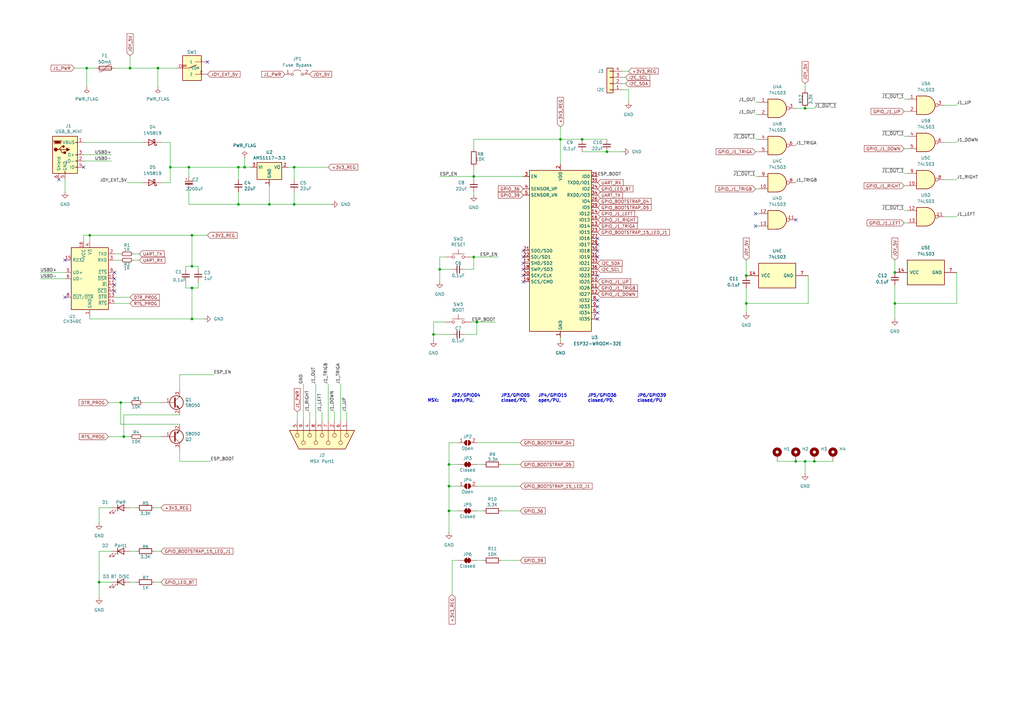
<source format=kicad_sch>
(kicad_sch (version 20231120) (generator "eeschema") (generator_version "8.0")
  (paper "A3")
  (title_block (title "MSX RetroLinkBT") (date "2024-11-21") (rev "1.0") (company "The Retro Hacker") (comment 1 "Based on msx-joyblue schematics by herraa1") (comment 2 "Supports MSX computers") (comment 3 "Simple adapter to allow the use of bluetooth joysticks with retro computers") (comment 4 "MSX RetroLinkBT 1.0"))
  (junction (at 120.65 68.58))
  (junction (at 78.74 118.11))
  (junction (at 36.83 96.52))
  (junction (at 326.39 189.23))
  (junction (at 306.07 124.46))
  (junction (at 110.49 83.82))
  (junction (at 64.77 27.94))
  (junction (at 49.53 165.1))
  (junction (at 69.85 68.58))
  (junction (at 78.74 96.52))
  (junction (at 50.8 179.07))
  (junction (at 177.8 137.16))
  (junction (at 330.2 189.23))
  (junction (at 35.56 27.94))
  (junction (at 77.47 68.58))
  (junction (at 53.34 27.94))
  (junction (at 97.79 83.82))
  (junction (at 120.65 83.82))
  (junction (at 100.33 68.58))
  (junction (at 40.64 238.76))
  (junction (at 330.2 44.45))
  (junction (at 195.58 132.08))
  (junction (at 367.03 124.46))
  (junction (at 248.92 62.23))
  (junction (at 180.34 110.49))
  (junction (at 238.76 57.15))
  (junction (at 194.31 72.39))
  (junction (at 97.79 68.58))
  (junction (at 334.01 189.23))
  (junction (at 184.15 209.55))
  (junction (at 184.15 190.5))
  (junction (at 229.87 57.15))
  (junction (at 78.74 130.81))
  (junction (at 367.03 111.76))
  (junction (at 184.15 199.39))
  (junction (at 78.74 109.22))
  (junction (at 194.31 105.41))
  (junction (at 306.07 113.03))
  (no_connect (at 214.63 110.49))
  (no_connect (at 34.29 68.58))
  (no_connect (at 26.67 121.92))
  (no_connect (at 245.11 97.79))
  (no_connect (at 245.11 130.81))
  (no_connect (at 46.99 114.3))
  (no_connect (at 245.11 128.27))
  (no_connect (at 214.63 115.57))
  (no_connect (at 46.99 119.38))
  (no_connect (at 214.63 107.95))
  (no_connect (at 214.63 113.03))
  (no_connect (at 26.67 106.68))
  (no_connect (at 214.63 105.41))
  (no_connect (at 245.11 102.87))
  (no_connect (at 24.13 73.66))
  (no_connect (at 245.11 105.41))
  (no_connect (at 85.09 25.4))
  (no_connect (at 245.11 123.19))
  (no_connect (at 245.11 100.33))
  (no_connect (at 214.63 102.87))
  (no_connect (at 326.39 90.17))
  (no_connect (at 309.88 87.63))
  (no_connect (at 245.11 125.73))
  (no_connect (at 46.99 116.84))
  (no_connect (at 46.99 111.76))
  (no_connect (at 245.11 113.03))
  (no_connect (at 309.88 92.71))
  (wire (pts (xy 78.74 109.22) (xy 81.28 109.22)))
  (wire (pts (xy 195.58 137.16) (xy 190.5 137.16)))
  (wire (pts (xy 311.15 46.99) (xy 309.88 46.99)))
  (wire (pts (xy 326.39 189.23) (xy 330.2 189.23)))
  (wire (pts (xy 40.64 238.76) (xy 40.64 245.11)))
  (wire (pts (xy 97.79 68.58) (xy 100.33 68.58)))
  (wire (pts (xy 370.84 40.64) (xy 372.11 40.64)))
  (wire (pts (xy 63.5 238.76) (xy 66.04 238.76)))
  (wire (pts (xy 40.64 238.76) (xy 45.72 238.76)))
  (wire (pts (xy 30.48 27.94) (xy 35.56 27.94)))
  (wire (pts (xy 334.01 189.23) (xy 341.63 189.23)))
  (wire (pts (xy 194.31 72.39) (xy 194.31 73.66)))
  (wire (pts (xy 81.28 118.11) (xy 78.74 118.11)))
  (wire (pts (xy 58.42 74.93) (xy 52.07 74.93)))
  (wire (pts (xy 229.87 57.15) (xy 229.87 67.31)))
  (wire (pts (xy 142.24 168.91) (xy 142.24 172.72)))
  (wire (pts (xy 69.85 58.42) (xy 66.04 58.42)))
  (wire (pts (xy 330.2 189.23) (xy 330.2 194.31)))
  (wire (pts (xy 34.29 58.42) (xy 58.42 58.42)))
  (wire (pts (xy 132.08 168.91) (xy 132.08 172.72)))
  (wire (pts (xy 257.81 29.21) (xy 255.27 29.21)))
  (wire (pts (xy 120.65 68.58) (xy 120.65 73.66)))
  (wire (pts (xy 187.96 199.39) (xy 184.15 199.39)))
  (wire (pts (xy 54.61 106.68) (xy 57.15 106.68)))
  (wire (pts (xy 238.76 62.23) (xy 248.92 62.23)))
  (wire (pts (xy 97.79 78.74) (xy 97.79 83.82)))
  (wire (pts (xy 78.74 96.52) (xy 78.74 109.22)))
  (polyline (pts (xy 27.432 67.056) (xy 27.432 65.786)))
  (wire (pts (xy 26.67 73.66) (xy 26.67 78.74)))
  (wire (pts (xy 256.54 34.29) (xy 255.27 34.29)))
  (wire (pts (xy 46.99 106.68) (xy 49.53 106.68)))
  (wire (pts (xy 64.77 27.94) (xy 72.39 27.94)))
  (wire (pts (xy 187.96 181.61) (xy 184.15 181.61)))
  (wire (pts (xy 36.83 96.52) (xy 36.83 99.06)))
  (wire (pts (xy 45.72 226.06) (xy 40.64 226.06)))
  (wire (pts (xy 54.61 104.14) (xy 57.15 104.14)))
  (wire (pts (xy 46.99 27.94) (xy 53.34 27.94)))
  (wire (pts (xy 184.15 181.61) (xy 184.15 190.5)))
  (wire (pts (xy 97.79 68.58) (xy 97.79 73.66)))
  (wire (pts (xy 50.8 179.07) (xy 53.34 179.07)))
  (wire (pts (xy 73.66 153.67) (xy 87.63 153.67)))
  (wire (pts (xy 330.2 34.29) (xy 330.2 36.83)))
  (wire (pts (xy 16.51 114.3) (xy 26.67 114.3)))
  (wire (pts (xy 53.34 226.06) (xy 55.88 226.06)))
  (wire (pts (xy 311.15 77.47) (xy 309.88 77.47)))
  (wire (pts (xy 58.42 165.1) (xy 66.04 165.1)))
  (wire (pts (xy 309.88 57.15) (xy 311.15 57.15)))
  (wire (pts (xy 372.11 60.96) (xy 370.84 60.96)))
  (wire (pts (xy 367.03 124.46) (xy 367.03 130.81)))
  (wire (pts (xy 64.77 27.94) (xy 64.77 35.56)))
  (wire (pts (xy 306.07 113.03) (xy 306.07 106.68)))
  (wire (pts (xy 194.31 78.74) (xy 194.31 80.01)))
  (wire (pts (xy 85.09 96.52) (xy 78.74 96.52)))
  (wire (pts (xy 367.03 111.76) (xy 367.03 106.68)))
  (wire (pts (xy 53.34 208.28) (xy 55.88 208.28)))
  (wire (pts (xy 309.88 72.39) (xy 311.15 72.39)))
  (wire (pts (xy 306.07 118.11) (xy 306.07 124.46)))
  (wire (pts (xy 76.2 109.22) (xy 76.2 110.49)))
  (wire (pts (xy 97.79 83.82) (xy 110.49 83.82)))
  (wire (pts (xy 194.31 72.39) (xy 180.34 72.39)))
  (wire (pts (xy 195.58 229.87) (xy 198.12 229.87)))
  (wire (pts (xy 134.62 157.48) (xy 134.62 172.72)))
  (wire (pts (xy 76.2 109.22) (xy 78.74 109.22)))
  (wire (pts (xy 306.07 124.46) (xy 306.07 128.27)))
  (wire (pts (xy 257.81 36.83) (xy 257.81 41.91)))
  (wire (pts (xy 387.35 88.9) (xy 392.43 88.9)))
  (wire (pts (xy 73.66 170.18) (xy 50.8 170.18)))
  (wire (pts (xy 392.43 124.46) (xy 367.03 124.46)))
  (wire (pts (xy 34.29 66.04) (xy 45.72 66.04)))
  (wire (pts (xy 78.74 130.81) (xy 83.82 130.81)))
  (wire (pts (xy 127 168.91) (xy 127 172.72)))
  (wire (pts (xy 40.64 208.28) (xy 40.64 214.63)))
  (wire (pts (xy 53.34 27.94) (xy 64.77 27.94)))
  (wire (pts (xy 248.92 62.23) (xy 255.27 62.23)))
  (wire (pts (xy 16.51 111.76) (xy 26.67 111.76)))
  (wire (pts (xy 194.31 105.41) (xy 204.47 105.41)))
  (wire (pts (xy 58.42 179.07) (xy 66.04 179.07)))
  (wire (pts (xy 50.8 170.18) (xy 50.8 179.07)))
  (wire (pts (xy 46.99 104.14) (xy 49.53 104.14)))
  (wire (pts (xy 177.8 132.08) (xy 182.88 132.08)))
  (wire (pts (xy 205.74 229.87) (xy 213.36 229.87)))
  (wire (pts (xy 73.66 189.23) (xy 86.36 189.23)))
  (wire (pts (xy 311.15 92.71) (xy 309.88 92.71)))
  (wire (pts (xy 330.2 189.23) (xy 334.01 189.23)))
  (wire (pts (xy 77.47 83.82) (xy 97.79 83.82)))
  (wire (pts (xy 185.42 229.87) (xy 187.96 229.87)))
  (wire (pts (xy 34.29 96.52) (xy 34.29 99.06)))
  (wire (pts (xy 331.47 113.03) (xy 331.47 124.46)))
  (wire (pts (xy 331.47 124.46) (xy 306.07 124.46)))
  (wire (pts (xy 194.31 105.41) (xy 194.31 110.49)))
  (wire (pts (xy 69.85 68.58) (xy 69.85 74.93)))
  (wire (pts (xy 326.39 44.45) (xy 330.2 44.45)))
  (wire (pts (xy 110.49 83.82) (xy 120.65 83.82)))
  (wire (pts (xy 110.49 76.2) (xy 110.49 83.82)))
  (wire (pts (xy 195.58 209.55) (xy 198.12 209.55)))
  (wire (pts (xy 34.29 63.5) (xy 45.72 63.5)))
  (wire (pts (xy 238.76 57.15) (xy 248.92 57.15)))
  (wire (pts (xy 177.8 137.16) (xy 177.8 139.7)))
  (wire (pts (xy 177.8 132.08) (xy 177.8 137.16)))
  (wire (pts (xy 77.47 72.39) (xy 77.47 68.58)))
  (wire (pts (xy 139.7 157.48) (xy 139.7 172.72)))
  (wire (pts (xy 318.77 189.23) (xy 326.39 189.23)))
  (wire (pts (xy 370.84 86.36) (xy 372.11 86.36)))
  (wire (pts (xy 76.2 115.57) (xy 76.2 118.11)))
  (wire (pts (xy 44.45 179.07) (xy 50.8 179.07)))
  (wire (pts (xy 194.31 68.58) (xy 194.31 72.39)))
  (wire (pts (xy 184.15 209.55) (xy 187.96 209.55)))
  (wire (pts (xy 184.15 199.39) (xy 184.15 209.55)))
  (wire (pts (xy 77.47 68.58) (xy 97.79 68.58)))
  (wire (pts (xy 120.65 68.58) (xy 118.11 68.58)))
  (wire (pts (xy 124.46 157.48) (xy 124.46 172.72)))
  (wire (pts (xy 36.83 96.52) (xy 78.74 96.52)))
  (wire (pts (xy 36.83 130.81) (xy 36.83 129.54)))
  (wire (pts (xy 184.15 209.55) (xy 184.15 218.44)))
  (wire (pts (xy 372.11 45.72) (xy 370.84 45.72)))
  (wire (pts (xy 78.74 118.11) (xy 76.2 118.11)))
  (wire (pts (xy 311.15 62.23) (xy 309.88 62.23)))
  (wire (pts (xy 205.74 209.55) (xy 213.36 209.55)))
  (wire (pts (xy 63.5 226.06) (xy 66.04 226.06)))
  (wire (pts (xy 229.87 138.43) (xy 229.87 139.7)))
  (wire (pts (xy 129.54 157.48) (xy 129.54 172.72)))
  (wire (pts (xy 35.56 35.56) (xy 35.56 27.94)))
  (wire (pts (xy 194.31 57.15) (xy 194.31 60.96)))
  (wire (pts (xy 44.45 165.1) (xy 49.53 165.1)))
  (wire (pts (xy 49.53 165.1) (xy 53.34 165.1)))
  (wire (pts (xy 36.83 96.52) (xy 34.29 96.52)))
  (wire (pts (xy 309.88 41.91) (xy 311.15 41.91)))
  (wire (pts (xy 185.42 243.84) (xy 185.42 229.87)))
  (wire (pts (xy 77.47 77.47) (xy 77.47 83.82)))
  (wire (pts (xy 372.11 76.2) (xy 370.84 76.2)))
  (wire (pts (xy 195.58 132.08) (xy 195.58 137.16)))
  (wire (pts (xy 229.87 52.07) (xy 229.87 57.15)))
  (wire (pts (xy 180.34 110.49) (xy 180.34 115.57)))
  (wire (pts (xy 330.2 44.45) (xy 334.01 44.45)))
  (wire (pts (xy 194.31 57.15) (xy 229.87 57.15)))
  (wire (pts (xy 121.92 168.91) (xy 121.92 172.72)))
  (wire (pts (xy 180.34 105.41) (xy 180.34 110.49)))
  (wire (pts (xy 195.58 132.08) (xy 203.2 132.08)))
  (wire (pts (xy 73.66 173.99) (xy 49.53 173.99)))
  (wire (pts (xy 387.35 58.42) (xy 392.43 58.42)))
  (wire (pts (xy 370.84 71.12) (xy 372.11 71.12)))
  (wire (pts (xy 40.64 226.06) (xy 40.64 238.76)))
  (wire (pts (xy 73.66 184.15) (xy 73.66 189.23)))
  (wire (pts (xy 45.72 208.28) (xy 40.64 208.28)))
  (wire (pts (xy 193.04 132.08) (xy 195.58 132.08)))
  (wire (pts (xy 78.74 118.11) (xy 78.74 130.81)))
  (wire (pts (xy 184.15 190.5) (xy 184.15 199.39)))
  (wire (pts (xy 372.11 91.44) (xy 370.84 91.44)))
  (wire (pts (xy 387.35 43.18) (xy 392.43 43.18)))
  (wire (pts (xy 120.65 83.82) (xy 135.89 83.82)))
  (wire (pts (xy 63.5 208.28) (xy 66.04 208.28)))
  (wire (pts (xy 46.99 121.92) (xy 53.34 121.92)))
  (wire (pts (xy 205.74 190.5) (xy 213.36 190.5)))
  (wire (pts (xy 73.66 160.02) (xy 73.66 153.67)))
  (wire (pts (xy 81.28 115.57) (xy 81.28 118.11)))
  (wire (pts (xy 100.33 68.58) (xy 102.87 68.58)))
  (wire (pts (xy 387.35 73.66) (xy 392.43 73.66)))
  (wire (pts (xy 35.56 27.94) (xy 39.37 27.94)))
  (wire (pts (xy 137.16 168.91) (xy 137.16 172.72)))
  (wire (pts (xy 195.58 181.61) (xy 213.36 181.61)))
  (wire (pts (xy 69.85 58.42) (xy 69.85 68.58)))
  (wire (pts (xy 69.85 68.58) (xy 77.47 68.58)))
  (wire (pts (xy 81.28 109.22) (xy 81.28 110.49)))
  (wire (pts (xy 177.8 137.16) (xy 185.42 137.16)))
  (wire (pts (xy 182.88 105.41) (xy 180.34 105.41)))
  (wire (pts (xy 69.85 74.93) (xy 66.04 74.93)))
  (wire (pts (xy 53.34 238.76) (xy 55.88 238.76)))
  (wire (pts (xy 255.27 36.83) (xy 257.81 36.83)))
  (wire (pts (xy 53.34 22.86) (xy 53.34 27.94)))
  (wire (pts (xy 194.31 110.49) (xy 190.5 110.49)))
  (wire (pts (xy 194.31 72.39) (xy 214.63 72.39)))
  (wire (pts (xy 370.84 55.88) (xy 372.11 55.88)))
  (wire (pts (xy 195.58 199.39) (xy 213.36 199.39)))
  (wire (pts (xy 256.54 31.75) (xy 255.27 31.75)))
  (wire (pts (xy 120.65 68.58) (xy 134.62 68.58)))
  (wire (pts (xy 46.99 124.46) (xy 53.34 124.46)))
  (wire (pts (xy 36.83 130.81) (xy 78.74 130.81)))
  (wire (pts (xy 49.53 173.99) (xy 49.53 165.1)))
  (wire (pts (xy 392.43 111.76) (xy 392.43 124.46)))
  (wire (pts (xy 180.34 110.49) (xy 185.42 110.49)))
  (wire (pts (xy 195.58 190.5) (xy 198.12 190.5)))
  (wire (pts (xy 193.04 105.41) (xy 194.31 105.41)))
  (wire (pts (xy 184.15 190.5) (xy 187.96 190.5)))
  (wire (pts (xy 120.65 78.74) (xy 120.65 83.82)))
  (wire (pts (xy 100.33 64.77) (xy 100.33 68.58)))
  (wire (pts (xy 367.03 116.84) (xy 367.03 124.46)))
  (wire (pts (xy 229.87 57.15) (xy 238.76 57.15)))
  (wire (pts (xy 309.88 87.63) (xy 311.15 87.63)))
  (text "		JP2/GPIO04		JP3/GPIO05	JP4/GPIO15		JP5/GPIO36		JP6/GPIO39\nMSX:	open/PU,		closed/PD,	open/PU,		closed/PD,		closed/PU" (at 175.26 165.1 0) (effects (font (size 1.27 1.27) (thickness 0.254) (bold yes)) (justify left bottom)))
  (label "J1_DOWN" (at 392.43 58.42 0))
  (label "ESP_EN" (at 196.85 105.41 0))
  (label "J1_LEFT" (at 392.43 88.9 0))
  (label "ESP_EN" (at 180.34 72.39 0))
  (label "USBD-" (at 45.72 66.04 180))
  (label "J1_OUT" (at 309.88 46.99 180))
  (label "J1_UP" (at 392.43 43.18 0))
  (label "J1_RIGHT" (at 392.43 73.66 0))
  (label "~{J1_OUT_1}" (at 370.84 86.36 180))
  (label "ESP_BOOT" (at 203.2 132.08 180))
  (label "JOY_EXT_5V" (at 52.07 74.93 180))
  (label "J1_UP" (at 142.24 168.91 90))
  (label "J1_TRIGB" (at 326.39 74.93 0))
  (label "J1_RIGHT" (at 127 168.91 90))
  (label "J1_DOWN" (at 137.16 168.91 90))
  (label "~{J1_OUT_1}" (at 370.84 55.88 180))
  (label "J1_TRIGB" (at 134.62 157.48 90))
  (label "USBD+" (at 16.51 111.76 0))
  (label "J1_OUT" (at 129.54 157.48 90))
  (label "~{J1_OUT_1}" (at 370.84 71.12 180))
  (label "USBD-" (at 16.51 114.3 0))
  (label "~{J1_OUT_1}" (at 309.88 72.39 180))
  (label "~{J1_OUT_1}" (at 309.88 57.15 180))
  (label "ESP_EN" (at 87.63 153.67 0))
  (label "~{J1_OUT_1}" (at 370.84 40.64 180))
  (label "USBD+" (at 45.72 63.5 180))
  (label "J1_TRIGA" (at 139.7 157.48 90))
  (label "J1_LEFT" (at 132.08 168.91 90))
  (label "~{J1_OUT_1}" (at 334.01 44.45 0))
  (label "J1_OUT" (at 309.88 41.91 180))
  (label "ESP_BOOT" (at 245.11 72.39 0))
  (label "GND" (at 124.46 157.48 90))
  (label "ESP_BOOT" (at 86.36 189.23 0))
  (label "J1_TRIGA" (at 326.39 59.69 0))
  (global_label "I2C_SDA" (shape input) (at 245.11 107.95 0) (property "Intersheetrefs" "${INTERSHEET_REFS}" (effects (hide yes))))
  (global_label "I2C_SCL" (shape input) (at 245.11 110.49 0) (property "Intersheetrefs" "${INTERSHEET_REFS}" (effects (hide yes))))
  (global_label "GPIO_39" (shape input) (at 214.63 80.01 180) (property "Intersheetrefs" "${INTERSHEET_REFS}" (effects (hide yes))))
  (global_label "GPIO_LED_BT" (shape input) (at 66.04 238.76 0) (property "Intersheetrefs" "${INTERSHEET_REFS}" (effects (hide yes))))
  (global_label "GPIO_BOOTSTRAP_15_LED_J1" (shape input) (at 213.36 199.39 0) (property "Intersheetrefs" "${INTERSHEET_REFS}" (effects (hide yes))))
  (global_label "J1_PWR" (shape input) (at 30.48 27.94 180) (property "Intersheetrefs" "${INTERSHEET_REFS}" (effects (hide yes))))
  (global_label "DTR_PROG" (shape input) (at 44.45 165.1 180) (property "Intersheetrefs" "${INTERSHEET_REFS}" (effects (hide yes))))
  (global_label "GPIO_J1_DOWN" (shape input) (at 245.11 120.65 0) (property "Intersheetrefs" "${INTERSHEET_REFS}" (effects (hide yes))))
  (global_label "GPIO_BOOTSTRAP_04" (shape input) (at 245.11 82.55 0) (property "Intersheetrefs" "${INTERSHEET_REFS}" (effects (hide yes))))
  (global_label "JOY_5V" (shape input) (at 127 30.48 0) (property "Intersheetrefs" "${INTERSHEET_REFS}" (effects (hide yes))))
  (global_label "JOY_5V" (shape input) (at 53.34 22.86 90) (property "Intersheetrefs" "${INTERSHEET_REFS}" (effects (hide yes))))
  (global_label "+3V3_REG" (shape input) (at 185.42 243.84 270) (property "Intersheetrefs" "${INTERSHEET_REFS}" (effects (hide yes))))
  (global_label "GPIO_BOOTSTRAP_05" (shape input) (at 245.11 85.09 0) (property "Intersheetrefs" "${INTERSHEET_REFS}" (effects (hide yes))))
  (global_label "J1_PWR" (shape input) (at 116.84 30.48 180) (property "Intersheetrefs" "${INTERSHEET_REFS}" (effects (hide yes))))
  (global_label "GPIO_J1_TRIGB" (shape input) (at 245.11 118.11 0) (property "Intersheetrefs" "${INTERSHEET_REFS}" (effects (hide yes))))
  (global_label "JOY_5V" (shape input) (at 330.2 34.29 90) (property "Intersheetrefs" "${INTERSHEET_REFS}" (effects (hide yes))))
  (global_label "UART_TX" (shape input) (at 245.11 80.01 0) (property "Intersheetrefs" "${INTERSHEET_REFS}" (effects (hide yes))))
  (global_label "UART_RX" (shape input) (at 245.11 74.93 0) (property "Intersheetrefs" "${INTERSHEET_REFS}" (effects (hide yes))))
  (global_label "+3V3_REG" (shape input) (at 66.04 208.28 0) (property "Intersheetrefs" "${INTERSHEET_REFS}" (effects (hide yes))))
  (global_label "DTR_PROG" (shape input) (at 53.34 121.92 0) (property "Intersheetrefs" "${INTERSHEET_REFS}" (effects (hide yes))))
  (global_label "GPIO_J1_RIGHT" (shape input) (at 370.84 76.2 180) (property "Intersheetrefs" "${INTERSHEET_REFS}" (effects (hide yes))))
  (global_label "+3V3_REG" (shape input) (at 257.81 29.21 0) (property "Intersheetrefs" "${INTERSHEET_REFS}" (effects (hide yes))))
  (global_label "+3V3_REG" (shape input) (at 229.87 52.07 90) (property "Intersheetrefs" "${INTERSHEET_REFS}" (effects (hide yes))))
  (global_label "GPIO_BOOTSTRAP_15_LED_J1" (shape input) (at 245.11 95.25 0) (property "Intersheetrefs" "${INTERSHEET_REFS}" (effects (hide yes))))
  (global_label "GPIO_BOOTSTRAP_15_LED_J1" (shape input) (at 66.04 226.06 0) (property "Intersheetrefs" "${INTERSHEET_REFS}" (effects (hide yes))))
  (global_label "+3V3_REG" (shape input) (at 85.09 96.52 0) (property "Intersheetrefs" "${INTERSHEET_REFS}" (effects (hide yes))))
  (global_label "RTS_PROG" (shape input) (at 53.34 124.46 0) (property "Intersheetrefs" "${INTERSHEET_REFS}" (effects (hide yes))))
  (global_label "GPIO_J1_LEFT" (shape input) (at 370.84 91.44 180) (property "Intersheetrefs" "${INTERSHEET_REFS}" (effects (hide yes))))
  (global_label "GPIO_J1_TRIGA" (shape input) (at 309.88 62.23 180) (property "Intersheetrefs" "${INTERSHEET_REFS}" (effects (hide yes))))
  (global_label "GPIO_J1_UP" (shape input) (at 370.84 45.72 180) (property "Intersheetrefs" "${INTERSHEET_REFS}" (effects (hide yes))))
  (global_label "I2C_SCL" (shape input) (at 256.54 31.75 0) (property "Intersheetrefs" "${INTERSHEET_REFS}" (effects (hide yes))))
  (global_label "GPIO_39" (shape input) (at 213.36 229.87 0) (property "Intersheetrefs" "${INTERSHEET_REFS}" (effects (hide yes))))
  (global_label "GPIO_BOOTSTRAP_05" (shape input) (at 213.36 190.5 0) (property "Intersheetrefs" "${INTERSHEET_REFS}" (effects (hide yes))))
  (global_label "GPIO_J1_TRIGB" (shape input) (at 309.88 77.47 180) (property "Intersheetrefs" "${INTERSHEET_REFS}" (effects (hide yes))))
  (global_label "GPIO_LED_BT" (shape input) (at 245.11 77.47 0) (property "Intersheetrefs" "${INTERSHEET_REFS}" (effects (hide yes))))
  (global_label "GPIO_BOOTSTRAP_04" (shape input) (at 213.36 181.61 0) (property "Intersheetrefs" "${INTERSHEET_REFS}" (effects (hide yes))))
  (global_label "JOY_5V" (shape input) (at 367.03 106.68 90) (property "Intersheetrefs" "${INTERSHEET_REFS}" (effects (hide yes))))
  (global_label "UART_TX" (shape input) (at 57.15 104.14 0) (property "Intersheetrefs" "${INTERSHEET_REFS}" (effects (hide yes))))
  (global_label "GPIO_J1_TRIGA" (shape input) (at 245.11 92.71 0) (property "Intersheetrefs" "${INTERSHEET_REFS}" (effects (hide yes))))
  (global_label "+3V3_REG" (shape input) (at 134.62 68.58 0) (property "Intersheetrefs" "${INTERSHEET_REFS}" (effects (hide yes))))
  (global_label "I2C_SDA" (shape input) (at 256.54 34.29 0) (property "Intersheetrefs" "${INTERSHEET_REFS}" (effects (hide yes))))
  (global_label "J1_PWR" (shape input) (at 121.92 168.91 90) (property "Intersheetrefs" "${INTERSHEET_REFS}" (effects (hide yes))))
  (global_label "GPIO_36" (shape input) (at 213.36 209.55 0) (property "Intersheetrefs" "${INTERSHEET_REFS}" (effects (hide yes))))
  (global_label "GPIO_36" (shape input) (at 214.63 77.47 180) (property "Intersheetrefs" "${INTERSHEET_REFS}" (effects (hide yes))))
  (global_label "UART_RX" (shape input) (at 57.15 106.68 0) (property "Intersheetrefs" "${INTERSHEET_REFS}" (effects (hide yes))))
  (global_label "GPIO_J1_DOWN" (shape input) (at 370.84 60.96 180) (property "Intersheetrefs" "${INTERSHEET_REFS}" (effects (hide yes))))
  (global_label "GPIO_J1_LEFT" (shape input) (at 245.11 87.63 0) (property "Intersheetrefs" "${INTERSHEET_REFS}" (effects (hide yes))))
  (global_label "RTS_PROG" (shape input) (at 44.45 179.07 180) (property "Intersheetrefs" "${INTERSHEET_REFS}" (effects (hide yes))))
  (global_label "GPIO_J1_RIGHT" (shape input) (at 245.11 90.17 0) (property "Intersheetrefs" "${INTERSHEET_REFS}" (effects (hide yes))))
  (global_label "JOY_EXT_5V" (shape input) (at 85.09 30.48 0) (property "Intersheetrefs" "${INTERSHEET_REFS}" (effects (hide yes))))
  (global_label "GPIO_J1_UP" (shape input) (at 245.11 115.57 0) (property "Intersheetrefs" "${INTERSHEET_REFS}" (effects (hide yes))))
  (global_label "JOY_5V" (shape input) (at 306.07 106.68 90) (property "Intersheetrefs" "${INTERSHEET_REFS}" (effects (hide yes))))
  (symbol (lib_id "Device:Q_NPN_BEC") (at 71.12 179.07 0) (mirror x) (unit 1)
    (property "Reference" "Q2" (at 75.946 180.2384 0) (effects (justify left)))
    (property "Value" "S8050" (at 75.946 177.927 0) (effects (justify left)))
    (property "Footprint" "Package_TO_SOT_SMD:SOT-23" (effects (hide yes)))
  )
  (symbol (lib_id "Device:R") (at 194.31 64.77 180) (unit 1)
    (property "Reference" "R8" (at 198.374 63.246 0) (effects (justify left)))
    (property "Value" "10K" (at 198.882 65.278 0) (effects (justify left)))
    (property "Footprint" "Resistor_SMD:R_0603_1608Metric_Pad0.98x0.95mm_HandSolder" (effects (hide yes)))
  )
  (symbol (lib_id "Device:LED") (at 49.53 226.06 0) (unit 1)
    (property "Reference" "D2" (at 43.18 223.774 0))
    (property "Value" "Port1" (at 49.53 223.774 0))
    (property "Footprint" "LED_SMD:LED_0805_2012Metric_Pad1.15x1.40mm_HandSolder" (effects (hide yes)))
  )
  (symbol (lib_id "Device:R") (at 201.93 209.55 270) (mirror x) (unit 1)
    (property "Reference" "R10" (at 201.93 204.724 90))
    (property "Value" "3.3K" (at 201.93 207.01 90))
    (property "Footprint" "Resistor_SMD:R_0603_1608Metric_Pad0.98x0.95mm_HandSolder" (effects (hide yes)))
  )
  (symbol (lib_id "Device:C_Small") (at 187.96 137.16 90) (unit 1)
    (property "Reference" "C7" (at 187.96 134.62 90))
    (property "Value" "0.1uF" (at 187.96 139.7 90))
    (property "Footprint" "Capacitor_SMD:C_0603_1608Metric_Pad1.08x0.95mm_HandSolder" (effects (hide yes)))
  )
  (symbol (lib_id "Connector:DE9_Receptacle") (at 132.08 180.34 270) (unit 1)
    (property "Reference" "J2" (at 132.08 186.69 90))
    (property "Value" "MSX Port1" (at 132.08 189.23 90))
    (property "Footprint" "Connector_Dsub:DSUB-9_Female_Horizontal_P2.77x2.84mm_EdgePinOffset4.94mm_Housed_MountingHolesOffset7.48mm" (effects (hide yes)))
    (property "Datasheet" " ~" (effects (hide yes)))
  )
  (symbol (lib_id "Mechanical:MountingHole_Pad") (at 341.63 186.69 0) (unit 1) (exclude_from_sim yes) (in_bom no)
    (property "Reference" "H4" (at 344.17 184.1499 0) (effects (justify left)))
    (property "Value" "MountingHole_Pad" (effects (hide yes)))
    (property "Footprint" "MountingHole:MountingHole_3.2mm_M3" (effects (hide yes)))
    (property "Description" "Mounting Hole with connection" (effects (hide yes)))
  )
  (symbol (lib_name "GND_8") (lib_id "power:GND") (at 306.07 128.27 0) (unit 1)
    (property "Reference" "#PWR013" (effects (hide yes)))
    (property "Value" "GND" (at 306.07 133.35 0))
    (property "Description" "Power symbol creates a global label with name \"GND\" , ground" (effects (hide yes)))
  )
  (symbol (lib_id "74xx:74LS03") (at 379.73 88.9 0) (unit 4)
    (property "Reference" "U5" (at 379.7217 80.01 0))
    (property "Value" "74LS03" (at 379.7217 82.55 0))
    (property "Footprint" "Package_SO:SOIC-14_3.9x8.7mm_P1.27mm" (effects (hide yes)))
    (property "Datasheet" "http://www.ti.com/lit/gpn/sn74LS03" (effects (hide yes)))
  )
  (symbol (lib_name "GND_12") (lib_id "power:GND") (at 330.2 194.31 0) (unit 1)
    (property "Reference" "#PWR015" (effects (hide yes)))
    (property "Value" "GND" (at 330.2 199.39 0))
    (property "Description" "Power symbol creates a global label with name \"GND\" , ground" (effects (hide yes)))
  )
  (symbol (lib_id "Switch:SW_Push") (at 187.96 132.08 0) (unit 1)
    (property "Reference" "SW3" (at 187.96 124.841 0))
    (property "Value" "BOOT" (at 187.96 127.1524 0))
    (property "Footprint" "Button_Switch_SMD:SW_SPST_TL3342" (effects (hide yes)))
  )
  (symbol (lib_name "GND_4") (lib_id "power:GND") (at 40.64 214.63 0) (unit 1)
    (property "Reference" "#PWR02" (effects (hide yes)))
    (property "Value" "GND" (at 40.64 219.71 0))
    (property "Description" "Power symbol creates a global label with name \"GND\" , ground" (effects (hide yes)))
  )
  (symbol (lib_id "Device:R_Small") (at 52.07 104.14 270) (unit 1)
    (property "Reference" "R1" (at 52.07 100.584 90))
    (property "Value" "1K" (at 52.07 102.362 90))
    (property "Footprint" "Resistor_SMD:R_0603_1608Metric_Pad0.98x0.95mm_HandSolder" (effects (hide yes)))
  )
  (symbol (lib_id "Jumper:Jumper_2_Open") (at 121.92 30.48 0) (unit 1)
    (property "Reference" "JP1" (at 121.92 24.13 0))
    (property "Value" "Fuse Bypass" (at 121.92 26.67 0))
    (property "Footprint" "Connector_PinHeader_2.54mm:PinHeader_1x02_P2.54mm_Vertical" (effects (hide yes)))
  )
  (symbol (lib_id "Regulator_Linear:AMS1117-3.3") (at 110.49 68.58 0) (unit 1)
    (property "Reference" "U2" (at 110.49 62.4332 0))
    (property "Value" "AMS1117-3.3" (at 110.49 64.7446 0))
    (property "Footprint" "Package_TO_SOT_SMD:SOT-223-3_TabPin2" (effects (hide yes)))
    (property "Datasheet" "http://www.advanced-monolithic.com/pdf/ds1117.pdf" (effects (hide yes)))
  )
  (symbol (lib_id "Device:R") (at 59.69 208.28 90) (unit 1)
    (property "Reference" "R5" (at 59.69 206.502 90))
    (property "Value" "3.3K" (at 59.69 210.566 90))
    (property "Footprint" "Resistor_SMD:R_0603_1608Metric_Pad0.98x0.95mm_HandSolder" (effects (hide yes)))
  )
  (symbol (lib_id "Jumper:SolderJumper_2_Bridged") (at 191.77 209.55 0) (unit 1) (exclude_from_sim yes) (in_bom no)
    (property "Reference" "JP5" (at 191.77 207.01 0))
    (property "Value" "Closed" (at 191.77 211.836 0))
    (property "Footprint" "Jumper:SolderJumper-2_P1.3mm_Bridged_RoundedPad1.0x1.5mm" (effects (hide yes)))
    (property "Description" "Solder Jumper, 2-pole, closed/bridged" (effects (hide yes)))
  )
  (symbol (lib_id "74xx:74LS03") (at 379.73 58.42 0) (unit 2)
    (property "Reference" "U5" (at 379.7217 49.53 0))
    (property "Value" "74LS03" (at 379.7217 52.07 0))
    (property "Footprint" "Package_SO:SOIC-14_3.9x8.7mm_P1.27mm" (effects (hide yes)))
    (property "Datasheet" "http://www.ti.com/lit/gpn/sn74LS03" (effects (hide yes)))
  )
  (symbol (lib_id "Device:C_Small") (at 97.79 76.2 0) (unit 1)
    (property "Reference" "C4" (at 100.1268 75.0316 0) (effects (justify left)))
    (property "Value" "22uF" (at 100.1268 77.343 0) (effects (justify left)))
    (property "Footprint" "Capacitor_SMD:C_0603_1608Metric_Pad1.08x0.95mm_HandSolder" (effects (hide yes)))
  )
  (symbol (lib_name "GND_2") (lib_id "power:GND") (at 194.31 80.01 0) (unit 1)
    (property "Reference" "#PWR09" (effects (hide yes)))
    (property "Value" "GND" (at 194.31 85.09 0))
    (property "Description" "Power symbol creates a global label with name \"GND\" , ground" (effects (hide yes)))
  )
  (symbol (lib_id "Device:C_Polarized_Small") (at 77.47 74.93 0) (unit 1) (on_board no)
    (property "Reference" "C2" (at 78.74 73.66 0) (effects (justify left)))
    (property "Value" "2200uF" (at 76.2 77.47 0) (effects (justify left)))
    (property "Footprint" "Capacitor_SMD:CP_Elec_10x10.5" (effects (hide yes)))
  )
  (symbol (lib_id "Device:R") (at 201.93 190.5 270) (mirror x) (unit 1)
    (property "Reference" "R9" (at 201.93 186.436 90))
    (property "Value" "3.3K" (at 202.184 188.468 90))
    (property "Footprint" "Resistor_SMD:R_0603_1608Metric_Pad0.98x0.95mm_HandSolder" (effects (hide yes)))
  )
  (symbol (lib_id "Device:R") (at 201.93 229.87 270) (mirror x) (unit 1)
    (property "Reference" "R11" (at 201.93 225.044 90))
    (property "Value" "10K" (at 201.93 227.33 90))
    (property "Footprint" "Resistor_SMD:R_0603_1608Metric_Pad0.98x0.95mm_HandSolder" (effects (hide yes)))
  )
  (symbol (lib_id "Device:C_Small") (at 120.65 76.2 0) (unit 1)
    (property "Reference" "C5" (at 122.9868 75.0316 0) (effects (justify left)))
    (property "Value" "22uF" (at 122.9868 77.343 0) (effects (justify left)))
    (property "Footprint" "Capacitor_SMD:C_0603_1608Metric_Pad1.08x0.95mm_HandSolder" (effects (hide yes)))
  )
  (symbol (lib_name "GND_5") (lib_id "power:GND") (at 26.67 78.74 0) (unit 1)
    (property "Reference" "#PWR01" (effects (hide yes)))
    (property "Value" "GND" (at 26.67 83.82 0))
    (property "Description" "Power symbol creates a global label with name \"GND\" , ground" (effects (hide yes)))
  )
  (symbol (lib_id "power:PWR_FLAG") (at 35.56 35.56 180) (unit 1)
    (property "Reference" "#FLG01" (effects (hide yes)))
    (property "Value" "PWR_FLAG" (at 35.56 40.64 0))
    (property "Description" "Special symbol for telling ERC where power comes from" (effects (hide yes)))
  )
  (symbol (lib_id "Device:C_Small") (at 76.2 113.03 0) (unit 1)
    (property "Reference" "C1" (at 71.882 111.506 0) (effects (justify left)))
    (property "Value" "0.1uF" (at 70.866 114.808 0) (effects (justify left)))
    (property "Footprint" "Capacitor_SMD:C_0603_1608Metric_Pad1.08x0.95mm_HandSolder" (effects (hide yes)))
  )
  (symbol (lib_id "Device:C_Small") (at 238.76 59.69 0) (unit 1)
    (property "Reference" "C9" (at 233.68 58.42 0))
    (property "Value" "0.1uF" (at 233.68 60.96 0))
    (property "Footprint" "Capacitor_SMD:C_0603_1608Metric_Pad1.08x0.95mm_HandSolder" (effects (hide yes)))
  )
  (symbol (lib_name "GND_10") (lib_id "power:GND") (at 257.81 41.91 0) (unit 1)
    (property "Reference" "#PWR012" (effects (hide yes)))
    (property "Value" "GND" (at 257.81 46.99 0))
    (property "Description" "Power symbol creates a global label with name \"GND\" , ground" (effects (hide yes)))
  )
  (symbol (lib_id "Mechanical:MountingHole_Pad") (at 326.39 186.69 0) (unit 1) (exclude_from_sim yes) (in_bom no)
    (property "Reference" "H2" (at 328.93 184.1499 0) (effects (justify left)))
    (property "Value" "MountingHole_Pad" (effects (hide yes)))
    (property "Footprint" "MountingHole:MountingHole_3.2mm_M3" (effects (hide yes)))
    (property "Description" "Mounting Hole with connection" (effects (hide yes)))
  )
  (symbol (lib_id "74xx:74LS03") (at 379.73 43.18 0) (unit 1)
    (property "Reference" "U5" (at 379.7217 34.29 0))
    (property "Value" "74LS03" (at 379.7217 36.83 0))
    (property "Footprint" "Package_SO:SOIC-14_3.9x8.7mm_P1.27mm" (effects (hide yes)))
    (property "Datasheet" "http://www.ti.com/lit/gpn/sn74LS03" (effects (hide yes)))
  )
  (symbol (lib_id "74xx:74LS03") (at 318.77 113.03 90) (unit 5)
    (property "Reference" "U4" (at 318.77 102.87 90))
    (property "Value" "74LS03" (at 318.77 105.41 90))
    (property "Footprint" "Package_SO:SOIC-14_3.9x8.7mm_P1.27mm" (effects (hide yes)))
    (property "Datasheet" "http://www.ti.com/lit/gpn/sn74LS03" (effects (hide yes)))
  )
  (symbol (lib_id "Device:C_Small") (at 187.96 110.49 90) (unit 1)
    (property "Reference" "C6" (at 187.96 107.95 90))
    (property "Value" "0.1uF" (at 187.96 113.03 90))
    (property "Footprint" "Capacitor_SMD:C_0603_1608Metric_Pad1.08x0.95mm_HandSolder" (effects (hide yes)))
  )
  (symbol (lib_name "GND_14") (lib_id "power:GND") (at 180.34 115.57 0) (unit 1)
    (property "Reference" "#PWR07" (effects (hide yes)))
    (property "Value" "GND" (at 180.34 120.65 0))
    (property "Description" "Power symbol creates a global label with name \"GND\" , ground" (effects (hide yes)))
  )
  (symbol (lib_id "power:GND") (at 229.87 139.7 0) (unit 1)
    (property "Reference" "#PWR010" (effects (hide yes)))
    (property "Value" "GND" (at 229.87 144.78 0))
    (property "Description" "Power symbol creates a global label with name \"GND\" , ground" (effects (hide yes)))
  )
  (symbol (lib_name "PWR_FLAG_2") (lib_id "power:PWR_FLAG") (at 64.77 35.56 180) (unit 1)
    (property "Reference" "#FLG02" (effects (hide yes)))
    (property "Value" "PWR_FLAG" (at 64.77 40.64 0))
    (property "Description" "Special symbol for telling ERC where power comes from" (effects (hide yes)))
  )
  (symbol (lib_id "Device:C_Small") (at 194.31 76.2 0) (unit 1)
    (property "Reference" "C8" (at 189.23 74.93 0))
    (property "Value" "22uF" (at 189.23 77.47 0))
    (property "Footprint" "Capacitor_SMD:C_0603_1608Metric_Pad1.08x0.95mm_HandSolder" (effects (hide yes)))
  )
  (symbol (lib_id "Device:R") (at 330.2 40.64 180) (unit 1)
    (property "Reference" "R12" (at 328.422 40.64 90))
    (property "Value" "3.3K" (at 332.486 40.64 90))
    (property "Footprint" "Resistor_SMD:R_0603_1608Metric_Pad0.98x0.95mm_HandSolder" (effects (hide yes)))
    (property "LCSC" "C4310" (effects (hide yes)))
  )
  (symbol (lib_name "GND_13") (lib_id "power:GND") (at 177.8 139.7 0) (unit 1)
    (property "Reference" "#PWR06" (effects (hide yes)))
    (property "Value" "GND" (at 177.8 144.78 0))
    (property "Description" "Power symbol creates a global label with name \"GND\" , ground" (effects (hide yes)))
  )
  (symbol (lib_name "GND_11") (lib_id "power:GND") (at 255.27 62.23 90) (unit 1)
    (property "Reference" "#PWR011" (effects (hide yes)))
    (property "Value" "GND" (at 259.08 62.2299 90) (effects (justify right)))
    (property "Description" "Power symbol creates a global label with name \"GND\" , ground" (effects (hide yes)))
  )
  (symbol (lib_id "74xx:74LS03") (at 318.77 74.93 0) (unit 3)
    (property "Reference" "U4" (at 318.7617 66.04 0))
    (property "Value" "74LS03" (at 318.7617 68.58 0))
    (property "Footprint" "Package_SO:SOIC-14_3.9x8.7mm_P1.27mm" (effects (hide yes)))
    (property "Datasheet" "http://www.ti.com/lit/gpn/sn74LS03" (effects (hide yes)))
  )
  (symbol (lib_id "Diode:1N5817") (at 62.23 58.42 180) (unit 1)
    (property "Reference" "D4" (at 62.5475 52.07 0))
    (property "Value" "1N5819" (at 62.5475 54.61 0))
    (property "Footprint" "Diode_SMD:D_SOD-123" (effects (hide yes)))
    (property "Datasheet" "http://www.vishay.com/docs/88525/1n5819.pdf" (effects (hide yes)))
  )
  (symbol (lib_id "Device:Q_NPN_BEC") (at 71.12 165.1 0) (unit 1)
    (property "Reference" "Q1" (at 75.946 163.9316 0) (effects (justify left)))
    (property "Value" "S8050" (at 75.946 166.243 0) (effects (justify left)))
    (property "Footprint" "Package_TO_SOT_SMD:SOT-23" (effects (hide yes)))
  )
  (symbol (lib_id "Mechanical:MountingHole_Pad") (at 318.77 186.69 0) (unit 1) (exclude_from_sim yes) (in_bom no)
    (property "Reference" "H1" (at 321.31 184.1499 0) (effects (justify left)))
    (property "Value" "MountingHole_Pad" (effects (hide yes)))
    (property "Footprint" "MountingHole:MountingHole_3.2mm_M3" (effects (hide yes)))
    (property "Description" "Mounting Hole with connection" (effects (hide yes)))
  )
  (symbol (lib_name "GND_6") (lib_id "power:GND") (at 83.82 130.81 90) (unit 1)
    (property "Reference" "#PWR04" (effects (hide yes)))
    (property "Value" "GND" (at 87.63 130.8099 90) (effects (justify right)))
    (property "Description" "Power symbol creates a global label with name \"GND\" , ground" (effects (hide yes)))
  )
  (symbol (lib_id "74xx:74LS03") (at 379.73 73.66 0) (unit 3)
    (property "Reference" "U5" (at 379.7217 64.77 0))
    (property "Value" "74LS03" (at 379.7217 67.31 0))
    (property "Footprint" "Package_SO:SOIC-14_3.9x8.7mm_P1.27mm" (effects (hide yes)))
    (property "Datasheet" "http://www.ti.com/lit/gpn/sn74LS03" (effects (hide yes)))
  )
  (symbol (lib_id "Device:LED") (at 49.53 238.76 0) (unit 1)
    (property "Reference" "D3" (at 43.434 236.474 0))
    (property "Value" "BT DISC" (at 49.276 236.474 0))
    (property "Footprint" "LED_SMD:LED_0805_2012Metric_Pad1.15x1.40mm_HandSolder" (effects (hide yes)))
  )
  (symbol (lib_id "74xx:74LS03") (at 318.77 44.45 0) (unit 1)
    (property "Reference" "U4" (at 318.7617 35.56 0))
    (property "Value" "74LS03" (at 318.7617 38.1 0))
    (property "Footprint" "Package_SO:SOIC-14_3.9x8.7mm_P1.27mm" (effects (hide yes)))
    (property "Datasheet" "http://www.ti.com/lit/gpn/sn74LS03" (effects (hide yes)))
  )
  (symbol (lib_id "Connector_Generic:Conn_01x04") (at 250.19 34.29 180) (unit 1) (on_board no)
    (property "Reference" "J3" (at 246.38 29.21 0))
    (property "Value" "I2C" (at 246.38 36.83 0))
    (property "Footprint" "Connector_JST:JST_PH_B4B-PH-K_1x04_P2.00mm_Vertical" (effects (hide yes)))
  )
  (symbol (lib_id "Mechanical:MountingHole_Pad") (at 334.01 186.69 0) (unit 1) (exclude_from_sim yes) (in_bom no)
    (property "Reference" "H3" (at 336.55 184.1499 0) (effects (justify left)))
    (property "Value" "MountingHole_Pad" (effects (hide yes)))
    (property "Footprint" "MountingHole:MountingHole_3.2mm_M3" (effects (hide yes)))
    (property "Description" "Mounting Hole with connection" (effects (hide yes)))
  )
  (symbol (lib_id "Device:C_Small") (at 81.28 113.03 0) (unit 1)
    (property "Reference" "C3" (at 83.6168 111.8616 0) (effects (justify left)))
    (property "Value" "1uF" (at 83.6168 114.173 0) (effects (justify left)))
    (property "Footprint" "Capacitor_SMD:C_0603_1608Metric_Pad1.08x0.95mm_HandSolder" (effects (hide yes)))
  )
  (symbol (lib_id "Diode:1N5817") (at 62.23 74.93 180) (unit 1)
    (property "Reference" "D5" (at 62.5475 68.58 0))
    (property "Value" "1N5819" (at 62.5475 71.12 0))
    (property "Footprint" "Diode_SMD:D_SOD-123" (effects (hide yes)))
    (property "Datasheet" "http://www.vishay.com/docs/88525/1n5819.pdf" (effects (hide yes)))
  )
  (symbol (lib_id "SK12D07VG4:SK12D07VG4") (at 77.47 27.94 270) (unit 1)
    (property "Reference" "SW1" (at 76.708 22.098 90) (effects (justify left bottom)))
    (property "Value" "SK12D07VG4" (effects (hide yes)))
    (property "Footprint" "libraries:SK12D07VG4" (effects (hide yes)))
  )
  (symbol (lib_id "Connector:USB_B_Mini") (at 26.67 63.5 0) (unit 1)
    (property "Reference" "J1" (at 28.1178 51.6382 0))
    (property "Value" "USB_B_Mini" (at 28.1178 53.9496 0))
    (property "Footprint" "Connector_USB:USB_Mini-B_Lumberg_2486_01_Horizontal" (effects (hide yes)))
  )
  (symbol (lib_id "74xx:74LS03") (at 318.77 59.69 0) (unit 2)
    (property "Reference" "U4" (at 318.7617 50.8 0))
    (property "Value" "74LS03" (at 318.7617 53.34 0))
    (property "Footprint" "Package_SO:SOIC-14_3.9x8.7mm_P1.27mm" (effects (hide yes)))
    (property "Datasheet" "http://www.ti.com/lit/gpn/sn74LS03" (effects (hide yes)))
  )
  (symbol (lib_id "Jumper:SolderJumper_2_Open") (at 191.77 181.61 0) (unit 1)
    (property "Reference" "JP2" (at 191.77 179.07 0))
    (property "Value" "Open" (at 191.77 183.896 0))
    (property "Footprint" "Jumper:SolderJumper-2_P1.3mm_Open_RoundedPad1.0x1.5mm" (effects (hide yes)))
  )
  (symbol (lib_id "Device:R_Small") (at 55.88 165.1 270) (unit 1)
    (property "Reference" "R3" (at 55.88 163.576 90))
    (property "Value" "10K" (at 55.88 166.878 90))
    (property "Footprint" "Resistor_SMD:R_0603_1608Metric_Pad0.98x0.95mm_HandSolder" (effects (hide yes)))
  )
  (symbol (lib_id "Device:R") (at 59.69 238.76 90) (unit 1)
    (property "Reference" "R7" (at 59.69 236.982 90))
    (property "Value" "1K" (at 59.69 241.046 90))
    (property "Footprint" "Resistor_SMD:R_0603_1608Metric_Pad0.98x0.95mm_HandSolder" (effects (hide yes)))
    (property "LCSC" "C4310" (effects (hide yes)))
  )
  (symbol (lib_name "GND_7") (lib_id "power:GND") (at 184.15 218.44 0) (unit 1)
    (property "Reference" "#PWR08" (effects (hide yes)))
    (property "Value" "GND" (at 184.15 223.52 0))
    (property "Description" "Power symbol creates a global label with name \"GND\" , ground" (effects (hide yes)))
  )
  (symbol (lib_id "RF_Module:ESP32-WROOM-32D") (at 229.87 102.87 0) (unit 1)
    (property "Reference" "U3" (at 243.84 138.43 0))
    (property "Value" "ESP32-WROOM-32E" (at 245.11 140.97 0))
    (property "Footprint" "RF_Module:ESP32-WROOM-32E" (effects (hide yes)))
    (property "Datasheet" "https://www.espressif.com/sites/default/files/documentation/esp32-wroom-32d_esp32-wroom-32u_datasheet_en.pdf" (effects (hide yes)))
    (property "LCSC" "C701341" (effects (hide yes)))
  )
  (symbol (lib_id "Device:LED") (at 49.53 208.28 0) (unit 1)
    (property "Reference" "D1" (at 43.18 205.994 0))
    (property "Value" "PWR" (at 49.53 205.994 0))
    (property "Footprint" "LED_SMD:LED_0805_2012Metric_Pad1.15x1.40mm_HandSolder" (effects (hide yes)))
  )
  (symbol (lib_id "74xx:74LS03") (at 379.73 111.76 90) (unit 5)
    (property "Reference" "U5" (at 379.73 101.6 90))
    (property "Value" "74LS03" (at 379.73 104.14 90))
    (property "Footprint" "Package_SO:SOIC-14_3.9x8.7mm_P1.27mm" (effects (hide yes)))
    (property "Datasheet" "http://www.ti.com/lit/gpn/sn74LS03" (effects (hide yes)))
  )
  (symbol (lib_name "GND_9") (lib_id "power:GND") (at 367.03 130.81 0) (unit 1)
    (property "Reference" "#PWR014" (effects (hide yes)))
    (property "Value" "GND" (at 367.03 135.89 0))
    (property "Description" "Power symbol creates a global label with name \"GND\" , ground" (effects (hide yes)))
  )
  (symbol (lib_id "Device:C_Small") (at 306.07 115.57 0) (unit 1)
    (property "Reference" "C11" (at 300.99 114.3 0))
    (property "Value" "0.1uF" (at 300.99 116.84 0))
    (property "Footprint" "Capacitor_SMD:C_0603_1608Metric_Pad1.08x0.95mm_HandSolder" (effects (hide yes)))
  )
  (symbol (lib_id "Interface_USB:CH340C") (at 36.83 114.3 0) (unit 1)
    (property "Reference" "U1" (at 29.718 129.794 0))
    (property "Value" "CH340C" (at 29.718 131.826 0))
    (property "Footprint" "Package_SO:SOIC-16_3.9x9.9mm_P1.27mm" (effects (hide yes)))
    (property "Datasheet" "https://datasheet.lcsc.com/szlcsc/Jiangsu-Qin-Heng-CH340C_C84681.pdf" (effects (hide yes)))
    (property "Description" "USB serial converter, UART, SOIC-16" (effects (hide yes)))
  )
  (symbol (lib_id "Device:C_Small") (at 367.03 114.3 0) (unit 1)
    (property "Reference" "C12" (at 361.95 113.03 0))
    (property "Value" "0.1uF" (at 361.95 115.57 0))
    (property "Footprint" "Capacitor_SMD:C_0603_1608Metric_Pad1.08x0.95mm_HandSolder" (effects (hide yes)))
  )
  (symbol (lib_name "GND_3") (lib_id "power:GND") (at 40.64 245.11 0) (unit 1)
    (property "Reference" "#PWR03" (effects (hide yes)))
    (property "Value" "GND" (at 40.64 250.19 0))
    (property "Description" "Power symbol creates a global label with name \"GND\" , ground" (effects (hide yes)))
  )
  (symbol (lib_id "Switch:SW_Push") (at 187.96 105.41 0) (unit 1)
    (property "Reference" "SW2" (at 187.96 98.0186 0))
    (property "Value" "RESET" (at 187.96 100.33 0))
    (property "Footprint" "Button_Switch_SMD:SW_SPST_TL3342" (effects (hide yes)))
  )
  (symbol (lib_id "Jumper:SolderJumper_2_Bridged") (at 191.77 229.87 0) (unit 1) (exclude_from_sim yes) (in_bom no)
    (property "Reference" "JP6" (at 191.77 227.33 0))
    (property "Value" "Closed" (at 191.77 232.156 0))
    (property "Footprint" "Jumper:SolderJumper-2_P1.3mm_Bridged_RoundedPad1.0x1.5mm" (effects (hide yes)))
    (property "Description" "Solder Jumper, 2-pole, closed/bridged" (effects (hide yes)))
  )
  (symbol (lib_id "Device:R_Small") (at 52.07 106.68 270) (unit 1)
    (property "Reference" "R2" (at 52.07 108.458 90))
    (property "Value" "1K" (at 52.07 109.982 90))
    (property "Footprint" "Resistor_SMD:R_0603_1608Metric_Pad0.98x0.95mm_HandSolder" (effects (hide yes)))
  )
  (symbol (lib_id "74xx:74LS03") (at 318.77 90.17 0) (unit 4)
    (property "Reference" "U4" (at 318.7617 81.28 0))
    (property "Value" "74LS03" (at 318.7617 83.82 0))
    (property "Footprint" "Package_SO:SOIC-14_3.9x8.7mm_P1.27mm" (effects (hide yes)))
    (property "Datasheet" "http://www.ti.com/lit/gpn/sn74LS03" (effects (hide yes)))
  )
  (symbol (lib_id "Device:R_Small") (at 55.88 179.07 270) (unit 1)
    (property "Reference" "R4" (at 55.88 177.292 90))
    (property "Value" "10K" (at 55.88 181.102 90))
    (property "Footprint" "Resistor_SMD:R_0603_1608Metric_Pad0.98x0.95mm_HandSolder" (effects (hide yes)))
  )
  (symbol (lib_name "GND_1") (lib_id "power:GND") (at 135.89 83.82 90) (unit 1)
    (property "Reference" "#PWR05" (effects (hide yes)))
    (property "Value" "GND" (at 139.7 83.8199 90) (effects (justify right)))
    (property "Description" "Power symbol creates a global label with name \"GND\" , ground" (effects (hide yes)))
  )
  (symbol (lib_id "Jumper:SolderJumper_2_Bridged") (at 191.77 190.5 0) (unit 1) (exclude_from_sim yes) (in_bom no)
    (property "Reference" "JP3" (at 191.77 187.96 0))
    (property "Value" "Closed" (at 191.77 192.786 0))
    (property "Footprint" "Jumper:SolderJumper-2_P1.3mm_Bridged_RoundedPad1.0x1.5mm" (effects (hide yes)))
    (property "Description" "Solder Jumper, 2-pole, closed/bridged" (effects (hide yes)))
  )
  (symbol (lib_id "Device:R") (at 59.69 226.06 90) (unit 1)
    (property "Reference" "R6" (at 59.69 224.282 90))
    (property "Value" "3.3K" (at 59.69 228.346 90))
    (property "Footprint" "Resistor_SMD:R_0603_1608Metric_Pad0.98x0.95mm_HandSolder" (effects (hide yes)))
    (property "LCSC" "C4310" (effects (hide yes)))
  )
  (symbol (lib_id "Device:Polyfuse") (at 43.18 27.94 90) (unit 1)
    (property "Reference" "F1" (at 42.926 22.86 90))
    (property "Value" "50mA" (at 42.926 25.4 90))
    (property "Footprint" "Fuse:Fuse_1206_3216Metric_Pad1.42x1.75mm_HandSolder" (effects (hide yes)))
  )
  (symbol (lib_id "Device:C_Small") (at 248.92 59.69 180) (unit 1)
    (property "Reference" "C10" (at 245.11 58.42 0))
    (property "Value" "22uF" (at 245.11 60.96 0))
    (property "Footprint" "Capacitor_SMD:C_0603_1608Metric_Pad1.08x0.95mm_HandSolder" (effects (hide yes)))
  )
  (symbol (lib_name "PWR_FLAG_1") (lib_id "power:PWR_FLAG") (at 100.33 64.77 0) (unit 1)
    (property "Reference" "#FLG03" (effects (hide yes)))
    (property "Value" "PWR_FLAG" (at 100.33 59.69 0))
    (property "Description" "Special symbol for telling ERC where power comes from" (effects (hide yes)))
  )
  (symbol (lib_id "Jumper:SolderJumper_2_Open") (at 191.77 199.39 0) (unit 1)
    (property "Reference" "JP4" (at 191.77 196.85 0))
    (property "Value" "Open" (at 191.77 201.676 0))
    (property "Footprint" "Jumper:SolderJumper-2_P1.3mm_Open_RoundedPad1.0x1.5mm" (effects (hide yes)))
  )
)
</source>
